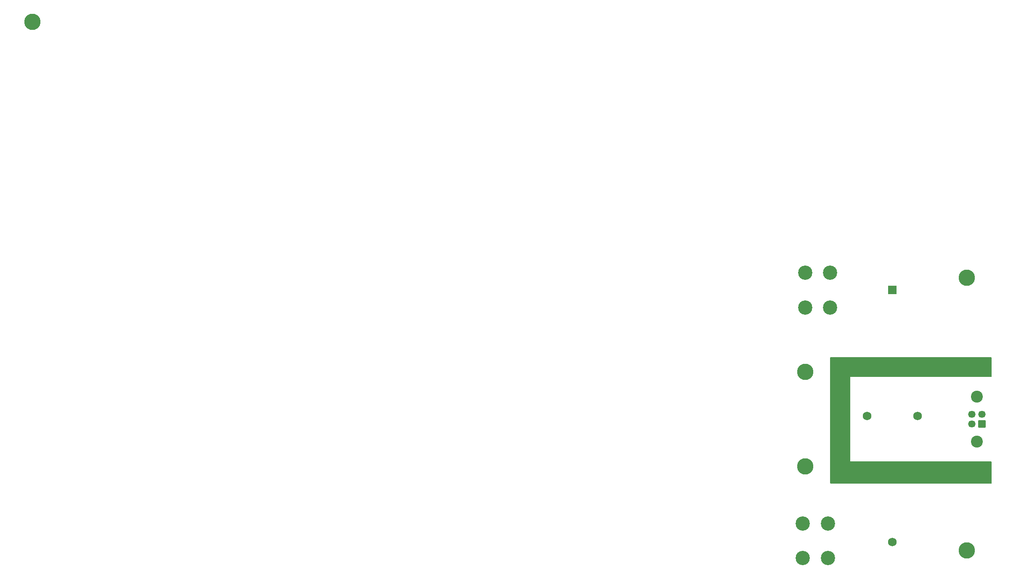
<source format=gbr>
%TF.GenerationSoftware,KiCad,Pcbnew,9.0.1*%
%TF.CreationDate,2025-05-24T18:06:34+02:00*%
%TF.ProjectId,main,6d61696e-2e6b-4696-9361-645f70636258,1.0*%
%TF.SameCoordinates,Original*%
%TF.FileFunction,Soldermask,Top*%
%TF.FilePolarity,Negative*%
%FSLAX46Y46*%
G04 Gerber Fmt 4.6, Leading zero omitted, Abs format (unit mm)*
G04 Created by KiCad (PCBNEW 9.0.1) date 2025-05-24 18:06:34*
%MOMM*%
%LPD*%
G01*
G04 APERTURE LIST*
G04 Aperture macros list*
%AMRoundRect*
0 Rectangle with rounded corners*
0 $1 Rounding radius*
0 $2 $3 $4 $5 $6 $7 $8 $9 X,Y pos of 4 corners*
0 Add a 4 corners polygon primitive as box body*
4,1,4,$2,$3,$4,$5,$6,$7,$8,$9,$2,$3,0*
0 Add four circle primitives for the rounded corners*
1,1,$1+$1,$2,$3*
1,1,$1+$1,$4,$5*
1,1,$1+$1,$6,$7*
1,1,$1+$1,$8,$9*
0 Add four rect primitives between the rounded corners*
20,1,$1+$1,$2,$3,$4,$5,0*
20,1,$1+$1,$4,$5,$6,$7,0*
20,1,$1+$1,$6,$7,$8,$9,0*
20,1,$1+$1,$8,$9,$2,$3,0*%
G04 Aperture macros list end*
%ADD10C,2.875000*%
%ADD11C,3.300000*%
%ADD12C,2.400000*%
%ADD13C,1.462000*%
%ADD14RoundRect,0.102000X0.629000X-0.629000X0.629000X0.629000X-0.629000X0.629000X-0.629000X-0.629000X0*%
%ADD15RoundRect,0.050000X-0.825000X0.825000X-0.825000X-0.825000X0.825000X-0.825000X0.825000X0.825000X0*%
%ADD16C,1.750000*%
G04 APERTURE END LIST*
D10*
%TO.C,J5*%
X159000000Y-54000000D03*
X159000000Y-61000000D03*
X164000000Y-54000000D03*
X164000000Y-61000000D03*
%TD*%
D11*
%TO.C,H3*%
X159000000Y-74000000D03*
%TD*%
D10*
%TO.C,J4*%
X158500000Y-104500000D03*
X158500000Y-111500000D03*
X163500000Y-104500000D03*
X163500000Y-111500000D03*
%TD*%
D12*
%TO.C,J1*%
X193500000Y-88000000D03*
X193500000Y-79000000D03*
D13*
X194500000Y-82500000D03*
X192500000Y-82500000D03*
X192500000Y-84500000D03*
D14*
X194500000Y-84500000D03*
%TD*%
D11*
%TO.C,H2*%
X3475000Y-3475000D03*
%TD*%
%TO.C,H3*%
X159000000Y-93000000D03*
%TD*%
%TO.C,H4*%
X191500000Y-110000000D03*
%TD*%
D15*
%TO.C,K2*%
X176500000Y-57500000D03*
D16*
X176500000Y-108300000D03*
X171400000Y-82900000D03*
X181600000Y-82900000D03*
%TD*%
D11*
%TO.C,H1*%
X191500000Y-55000000D03*
%TD*%
G36*
X196432680Y-71019685D02*
G01*
X196478435Y-71072489D01*
X196489641Y-71124080D01*
X196487231Y-74876080D01*
X196467503Y-74943106D01*
X196414670Y-74988827D01*
X196363231Y-75000000D01*
X168000000Y-75000000D01*
X168000000Y-92000000D01*
X196352150Y-92000000D01*
X196419189Y-92019685D01*
X196464944Y-92072489D01*
X196476150Y-92124080D01*
X196473419Y-96376080D01*
X196453691Y-96443106D01*
X196400858Y-96488827D01*
X196349419Y-96500000D01*
X164124000Y-96500000D01*
X164056961Y-96480315D01*
X164011206Y-96427511D01*
X164000000Y-96376000D01*
X164000000Y-71124000D01*
X164019685Y-71056961D01*
X164072489Y-71011206D01*
X164124000Y-71000000D01*
X196365641Y-71000000D01*
X196432680Y-71019685D01*
G37*
M02*

</source>
